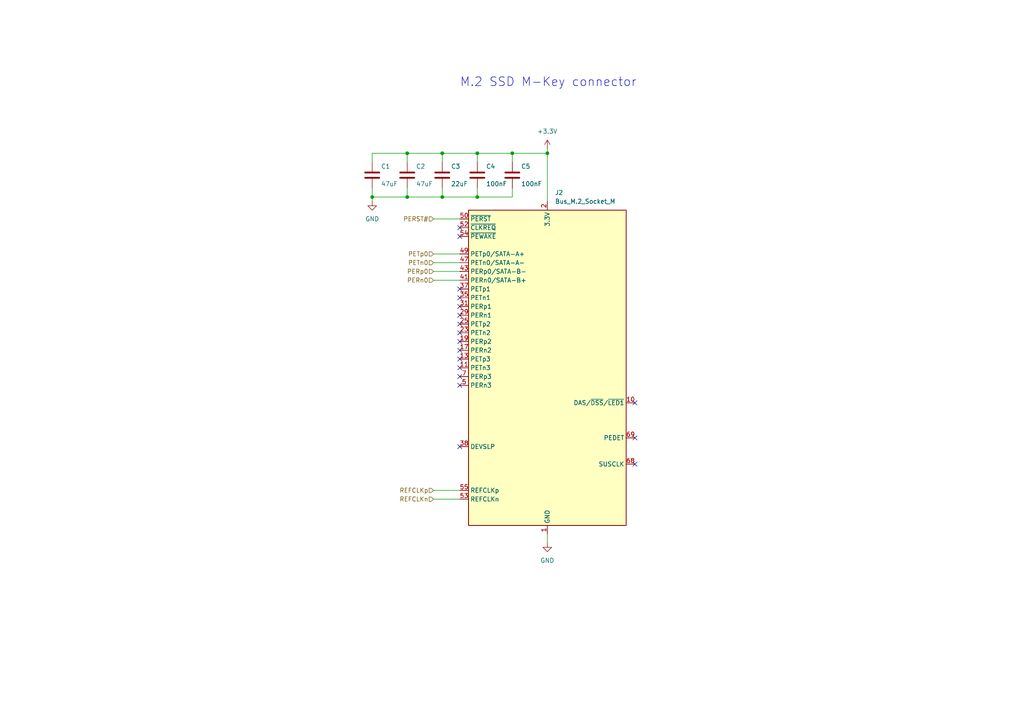
<source format=kicad_sch>
(kicad_sch
	(version 20250114)
	(generator "eeschema")
	(generator_version "9.0")
	(uuid "94651ebf-06fe-4577-87b8-a0812699f6ed")
	(paper "A4")
	(title_block
		(title "F3 Backplane NVMe SSD")
		(rev "1.0")
	)
	(lib_symbols
		(symbol "Connector:Bus_M.2_Socket_M"
			(exclude_from_sim no)
			(in_bom yes)
			(on_board yes)
			(property "Reference" "J"
				(at -22.86 46.99 0)
				(effects
					(font
						(size 1.27 1.27)
					)
					(justify left)
				)
			)
			(property "Value" "Bus_M.2_Socket_M"
				(at 16.51 46.99 0)
				(effects
					(font
						(size 1.27 1.27)
					)
				)
			)
			(property "Footprint" ""
				(at 0 26.67 0)
				(effects
					(font
						(size 1.27 1.27)
					)
					(hide yes)
				)
			)
			(property "Datasheet" "http://read.pudn.com/downloads794/doc/project/3133918/PCIe_M.2_Electromechanical_Spec_Rev1.0_Final_11012013_RS_Clean.pdf#page=155"
				(at 0 26.67 0)
				(effects
					(font
						(size 1.27 1.27)
					)
					(hide yes)
				)
			)
			(property "Description" "M.2 Socket 3 Mechanical Key M"
				(at 0 0 0)
				(effects
					(font
						(size 1.27 1.27)
					)
					(hide yes)
				)
			)
			(property "ki_keywords" "M2 NGNF PCI-E"
				(at 0 0 0)
				(effects
					(font
						(size 1.27 1.27)
					)
					(hide yes)
				)
			)
			(property "ki_fp_filters" "*M*2*M*"
				(at 0 0 0)
				(effects
					(font
						(size 1.27 1.27)
					)
					(hide yes)
				)
			)
			(symbol "Bus_M.2_Socket_M_0_1"
				(rectangle
					(start -22.86 45.72)
					(end 22.86 -45.72)
					(stroke
						(width 0.254)
						(type default)
					)
					(fill
						(type background)
					)
				)
			)
			(symbol "Bus_M.2_Socket_M_1_1"
				(pin output line
					(at -25.4 43.18 0)
					(length 2.54)
					(name "~{PERST}"
						(effects
							(font
								(size 1.27 1.27)
							)
						)
					)
					(number "50"
						(effects
							(font
								(size 1.27 1.27)
							)
						)
					)
				)
				(pin bidirectional line
					(at -25.4 40.64 0)
					(length 2.54)
					(name "~{CLKREQ}"
						(effects
							(font
								(size 1.27 1.27)
							)
						)
					)
					(number "52"
						(effects
							(font
								(size 1.27 1.27)
							)
						)
					)
				)
				(pin bidirectional line
					(at -25.4 38.1 0)
					(length 2.54)
					(name "~{PEWAKE}"
						(effects
							(font
								(size 1.27 1.27)
							)
						)
					)
					(number "54"
						(effects
							(font
								(size 1.27 1.27)
							)
						)
					)
				)
				(pin output line
					(at -25.4 33.02 0)
					(length 2.54)
					(name "PETp0/SATA-A+"
						(effects
							(font
								(size 1.27 1.27)
							)
						)
					)
					(number "49"
						(effects
							(font
								(size 1.27 1.27)
							)
						)
					)
				)
				(pin output line
					(at -25.4 30.48 0)
					(length 2.54)
					(name "PETn0/SATA-A-"
						(effects
							(font
								(size 1.27 1.27)
							)
						)
					)
					(number "47"
						(effects
							(font
								(size 1.27 1.27)
							)
						)
					)
				)
				(pin input line
					(at -25.4 27.94 0)
					(length 2.54)
					(name "PERp0/SATA-B-"
						(effects
							(font
								(size 1.27 1.27)
							)
						)
					)
					(number "43"
						(effects
							(font
								(size 1.27 1.27)
							)
						)
					)
				)
				(pin input line
					(at -25.4 25.4 0)
					(length 2.54)
					(name "PERn0/SATA-B+"
						(effects
							(font
								(size 1.27 1.27)
							)
						)
					)
					(number "41"
						(effects
							(font
								(size 1.27 1.27)
							)
						)
					)
				)
				(pin output line
					(at -25.4 22.86 0)
					(length 2.54)
					(name "PETp1"
						(effects
							(font
								(size 1.27 1.27)
							)
						)
					)
					(number "37"
						(effects
							(font
								(size 1.27 1.27)
							)
						)
					)
				)
				(pin output line
					(at -25.4 20.32 0)
					(length 2.54)
					(name "PETn1"
						(effects
							(font
								(size 1.27 1.27)
							)
						)
					)
					(number "35"
						(effects
							(font
								(size 1.27 1.27)
							)
						)
					)
				)
				(pin input line
					(at -25.4 17.78 0)
					(length 2.54)
					(name "PERp1"
						(effects
							(font
								(size 1.27 1.27)
							)
						)
					)
					(number "31"
						(effects
							(font
								(size 1.27 1.27)
							)
						)
					)
				)
				(pin input line
					(at -25.4 15.24 0)
					(length 2.54)
					(name "PERn1"
						(effects
							(font
								(size 1.27 1.27)
							)
						)
					)
					(number "29"
						(effects
							(font
								(size 1.27 1.27)
							)
						)
					)
				)
				(pin output line
					(at -25.4 12.7 0)
					(length 2.54)
					(name "PETp2"
						(effects
							(font
								(size 1.27 1.27)
							)
						)
					)
					(number "25"
						(effects
							(font
								(size 1.27 1.27)
							)
						)
					)
				)
				(pin output line
					(at -25.4 10.16 0)
					(length 2.54)
					(name "PETn2"
						(effects
							(font
								(size 1.27 1.27)
							)
						)
					)
					(number "23"
						(effects
							(font
								(size 1.27 1.27)
							)
						)
					)
				)
				(pin input line
					(at -25.4 7.62 0)
					(length 2.54)
					(name "PERp2"
						(effects
							(font
								(size 1.27 1.27)
							)
						)
					)
					(number "19"
						(effects
							(font
								(size 1.27 1.27)
							)
						)
					)
				)
				(pin input line
					(at -25.4 5.08 0)
					(length 2.54)
					(name "PERn2"
						(effects
							(font
								(size 1.27 1.27)
							)
						)
					)
					(number "17"
						(effects
							(font
								(size 1.27 1.27)
							)
						)
					)
				)
				(pin output line
					(at -25.4 2.54 0)
					(length 2.54)
					(name "PETp3"
						(effects
							(font
								(size 1.27 1.27)
							)
						)
					)
					(number "13"
						(effects
							(font
								(size 1.27 1.27)
							)
						)
					)
				)
				(pin output line
					(at -25.4 0 0)
					(length 2.54)
					(name "PETn3"
						(effects
							(font
								(size 1.27 1.27)
							)
						)
					)
					(number "11"
						(effects
							(font
								(size 1.27 1.27)
							)
						)
					)
				)
				(pin input line
					(at -25.4 -2.54 0)
					(length 2.54)
					(name "PERp3"
						(effects
							(font
								(size 1.27 1.27)
							)
						)
					)
					(number "7"
						(effects
							(font
								(size 1.27 1.27)
							)
						)
					)
				)
				(pin input line
					(at -25.4 -5.08 0)
					(length 2.54)
					(name "PERn3"
						(effects
							(font
								(size 1.27 1.27)
							)
						)
					)
					(number "5"
						(effects
							(font
								(size 1.27 1.27)
							)
						)
					)
				)
				(pin output line
					(at -25.4 -22.86 0)
					(length 2.54)
					(name "DEVSLP"
						(effects
							(font
								(size 1.27 1.27)
							)
						)
					)
					(number "38"
						(effects
							(font
								(size 1.27 1.27)
							)
						)
					)
				)
				(pin output line
					(at -25.4 -35.56 0)
					(length 2.54)
					(name "REFCLKp"
						(effects
							(font
								(size 1.27 1.27)
							)
						)
					)
					(number "55"
						(effects
							(font
								(size 1.27 1.27)
							)
						)
					)
				)
				(pin output line
					(at -25.4 -38.1 0)
					(length 2.54)
					(name "REFCLKn"
						(effects
							(font
								(size 1.27 1.27)
							)
						)
					)
					(number "53"
						(effects
							(font
								(size 1.27 1.27)
							)
						)
					)
				)
				(pin passive line
					(at 0 48.26 270)
					(length 2.54)
					(hide yes)
					(name "3.3V"
						(effects
							(font
								(size 1.27 1.27)
							)
						)
					)
					(number "12"
						(effects
							(font
								(size 1.27 1.27)
							)
						)
					)
				)
				(pin passive line
					(at 0 48.26 270)
					(length 2.54)
					(hide yes)
					(name "3.3V"
						(effects
							(font
								(size 1.27 1.27)
							)
						)
					)
					(number "14"
						(effects
							(font
								(size 1.27 1.27)
							)
						)
					)
				)
				(pin passive line
					(at 0 48.26 270)
					(length 2.54)
					(hide yes)
					(name "3.3V"
						(effects
							(font
								(size 1.27 1.27)
							)
						)
					)
					(number "16"
						(effects
							(font
								(size 1.27 1.27)
							)
						)
					)
				)
				(pin passive line
					(at 0 48.26 270)
					(length 2.54)
					(hide yes)
					(name "3.3V"
						(effects
							(font
								(size 1.27 1.27)
							)
						)
					)
					(number "18"
						(effects
							(font
								(size 1.27 1.27)
							)
						)
					)
				)
				(pin power_in line
					(at 0 48.26 270)
					(length 2.54)
					(name "3.3V"
						(effects
							(font
								(size 1.27 1.27)
							)
						)
					)
					(number "2"
						(effects
							(font
								(size 1.27 1.27)
							)
						)
					)
				)
				(pin passive line
					(at 0 48.26 270)
					(length 2.54)
					(hide yes)
					(name "3.3V"
						(effects
							(font
								(size 1.27 1.27)
							)
						)
					)
					(number "4"
						(effects
							(font
								(size 1.27 1.27)
							)
						)
					)
				)
				(pin passive line
					(at 0 48.26 270)
					(length 2.54)
					(hide yes)
					(name "3.3V"
						(effects
							(font
								(size 1.27 1.27)
							)
						)
					)
					(number "70"
						(effects
							(font
								(size 1.27 1.27)
							)
						)
					)
				)
				(pin passive line
					(at 0 48.26 270)
					(length 2.54)
					(hide yes)
					(name "3.3V"
						(effects
							(font
								(size 1.27 1.27)
							)
						)
					)
					(number "72"
						(effects
							(font
								(size 1.27 1.27)
							)
						)
					)
				)
				(pin passive line
					(at 0 48.26 270)
					(length 2.54)
					(hide yes)
					(name "3.3V"
						(effects
							(font
								(size 1.27 1.27)
							)
						)
					)
					(number "74"
						(effects
							(font
								(size 1.27 1.27)
							)
						)
					)
				)
				(pin power_in line
					(at 0 -48.26 90)
					(length 2.54)
					(name "GND"
						(effects
							(font
								(size 1.27 1.27)
							)
						)
					)
					(number "1"
						(effects
							(font
								(size 1.27 1.27)
							)
						)
					)
				)
				(pin passive line
					(at 0 -48.26 90)
					(length 2.54)
					(hide yes)
					(name "GND"
						(effects
							(font
								(size 1.27 1.27)
							)
						)
					)
					(number "15"
						(effects
							(font
								(size 1.27 1.27)
							)
						)
					)
				)
				(pin passive line
					(at 0 -48.26 90)
					(length 2.54)
					(hide yes)
					(name "GND"
						(effects
							(font
								(size 1.27 1.27)
							)
						)
					)
					(number "21"
						(effects
							(font
								(size 1.27 1.27)
							)
						)
					)
				)
				(pin passive line
					(at 0 -48.26 90)
					(length 2.54)
					(hide yes)
					(name "GND"
						(effects
							(font
								(size 1.27 1.27)
							)
						)
					)
					(number "27"
						(effects
							(font
								(size 1.27 1.27)
							)
						)
					)
				)
				(pin passive line
					(at 0 -48.26 90)
					(length 2.54)
					(hide yes)
					(name "GND"
						(effects
							(font
								(size 1.27 1.27)
							)
						)
					)
					(number "3"
						(effects
							(font
								(size 1.27 1.27)
							)
						)
					)
				)
				(pin passive line
					(at 0 -48.26 90)
					(length 2.54)
					(hide yes)
					(name "GND"
						(effects
							(font
								(size 1.27 1.27)
							)
						)
					)
					(number "33"
						(effects
							(font
								(size 1.27 1.27)
							)
						)
					)
				)
				(pin passive line
					(at 0 -48.26 90)
					(length 2.54)
					(hide yes)
					(name "GND"
						(effects
							(font
								(size 1.27 1.27)
							)
						)
					)
					(number "39"
						(effects
							(font
								(size 1.27 1.27)
							)
						)
					)
				)
				(pin passive line
					(at 0 -48.26 90)
					(length 2.54)
					(hide yes)
					(name "GND"
						(effects
							(font
								(size 1.27 1.27)
							)
						)
					)
					(number "45"
						(effects
							(font
								(size 1.27 1.27)
							)
						)
					)
				)
				(pin passive line
					(at 0 -48.26 90)
					(length 2.54)
					(hide yes)
					(name "GND"
						(effects
							(font
								(size 1.27 1.27)
							)
						)
					)
					(number "51"
						(effects
							(font
								(size 1.27 1.27)
							)
						)
					)
				)
				(pin passive line
					(at 0 -48.26 90)
					(length 2.54)
					(hide yes)
					(name "GND"
						(effects
							(font
								(size 1.27 1.27)
							)
						)
					)
					(number "57"
						(effects
							(font
								(size 1.27 1.27)
							)
						)
					)
				)
				(pin passive line
					(at 0 -48.26 90)
					(length 2.54)
					(hide yes)
					(name "GND"
						(effects
							(font
								(size 1.27 1.27)
							)
						)
					)
					(number "71"
						(effects
							(font
								(size 1.27 1.27)
							)
						)
					)
				)
				(pin passive line
					(at 0 -48.26 90)
					(length 2.54)
					(hide yes)
					(name "GND"
						(effects
							(font
								(size 1.27 1.27)
							)
						)
					)
					(number "73"
						(effects
							(font
								(size 1.27 1.27)
							)
						)
					)
				)
				(pin passive line
					(at 0 -48.26 90)
					(length 2.54)
					(hide yes)
					(name "GND"
						(effects
							(font
								(size 1.27 1.27)
							)
						)
					)
					(number "75"
						(effects
							(font
								(size 1.27 1.27)
							)
						)
					)
				)
				(pin passive line
					(at 0 -48.26 90)
					(length 2.54)
					(hide yes)
					(name "GND"
						(effects
							(font
								(size 1.27 1.27)
							)
						)
					)
					(number "9"
						(effects
							(font
								(size 1.27 1.27)
							)
						)
					)
				)
				(pin no_connect line
					(at 22.86 40.64 180)
					(length 2.54)
					(hide yes)
					(name "NC"
						(effects
							(font
								(size 1.27 1.27)
							)
						)
					)
					(number "58"
						(effects
							(font
								(size 1.27 1.27)
							)
						)
					)
				)
				(pin no_connect line
					(at 22.86 38.1 180)
					(length 2.54)
					(hide yes)
					(name "NC"
						(effects
							(font
								(size 1.27 1.27)
							)
						)
					)
					(number "56"
						(effects
							(font
								(size 1.27 1.27)
							)
						)
					)
				)
				(pin no_connect line
					(at 22.86 35.56 180)
					(length 2.54)
					(hide yes)
					(name "NC"
						(effects
							(font
								(size 1.27 1.27)
							)
						)
					)
					(number "48"
						(effects
							(font
								(size 1.27 1.27)
							)
						)
					)
				)
				(pin no_connect line
					(at 22.86 33.02 180)
					(length 2.54)
					(hide yes)
					(name "NC"
						(effects
							(font
								(size 1.27 1.27)
							)
						)
					)
					(number "46"
						(effects
							(font
								(size 1.27 1.27)
							)
						)
					)
				)
				(pin no_connect line
					(at 22.86 30.48 180)
					(length 2.54)
					(hide yes)
					(name "NC"
						(effects
							(font
								(size 1.27 1.27)
							)
						)
					)
					(number "44"
						(effects
							(font
								(size 1.27 1.27)
							)
						)
					)
				)
				(pin no_connect line
					(at 22.86 27.94 180)
					(length 2.54)
					(hide yes)
					(name "NC"
						(effects
							(font
								(size 1.27 1.27)
							)
						)
					)
					(number "42"
						(effects
							(font
								(size 1.27 1.27)
							)
						)
					)
				)
				(pin no_connect line
					(at 22.86 25.4 180)
					(length 2.54)
					(hide yes)
					(name "NC"
						(effects
							(font
								(size 1.27 1.27)
							)
						)
					)
					(number "40"
						(effects
							(font
								(size 1.27 1.27)
							)
						)
					)
				)
				(pin no_connect line
					(at 22.86 22.86 180)
					(length 2.54)
					(hide yes)
					(name "NC"
						(effects
							(font
								(size 1.27 1.27)
							)
						)
					)
					(number "36"
						(effects
							(font
								(size 1.27 1.27)
							)
						)
					)
				)
				(pin no_connect line
					(at 22.86 20.32 180)
					(length 2.54)
					(hide yes)
					(name "NC"
						(effects
							(font
								(size 1.27 1.27)
							)
						)
					)
					(number "34"
						(effects
							(font
								(size 1.27 1.27)
							)
						)
					)
				)
				(pin no_connect line
					(at 22.86 17.78 180)
					(length 2.54)
					(hide yes)
					(name "NC"
						(effects
							(font
								(size 1.27 1.27)
							)
						)
					)
					(number "32"
						(effects
							(font
								(size 1.27 1.27)
							)
						)
					)
				)
				(pin no_connect line
					(at 22.86 15.24 180)
					(length 2.54)
					(hide yes)
					(name "NC"
						(effects
							(font
								(size 1.27 1.27)
							)
						)
					)
					(number "30"
						(effects
							(font
								(size 1.27 1.27)
							)
						)
					)
				)
				(pin no_connect line
					(at 22.86 12.7 180)
					(length 2.54)
					(hide yes)
					(name "NC"
						(effects
							(font
								(size 1.27 1.27)
							)
						)
					)
					(number "28"
						(effects
							(font
								(size 1.27 1.27)
							)
						)
					)
				)
				(pin no_connect line
					(at 22.86 10.16 180)
					(length 2.54)
					(hide yes)
					(name "NC"
						(effects
							(font
								(size 1.27 1.27)
							)
						)
					)
					(number "26"
						(effects
							(font
								(size 1.27 1.27)
							)
						)
					)
				)
				(pin no_connect line
					(at 22.86 7.62 180)
					(length 2.54)
					(hide yes)
					(name "NC"
						(effects
							(font
								(size 1.27 1.27)
							)
						)
					)
					(number "24"
						(effects
							(font
								(size 1.27 1.27)
							)
						)
					)
				)
				(pin no_connect line
					(at 22.86 5.08 180)
					(length 2.54)
					(hide yes)
					(name "NC"
						(effects
							(font
								(size 1.27 1.27)
							)
						)
					)
					(number "22"
						(effects
							(font
								(size 1.27 1.27)
							)
						)
					)
				)
				(pin no_connect line
					(at 22.86 2.54 180)
					(length 2.54)
					(hide yes)
					(name "NC"
						(effects
							(font
								(size 1.27 1.27)
							)
						)
					)
					(number "20"
						(effects
							(font
								(size 1.27 1.27)
							)
						)
					)
				)
				(pin no_connect line
					(at 22.86 0 180)
					(length 2.54)
					(hide yes)
					(name "NC"
						(effects
							(font
								(size 1.27 1.27)
							)
						)
					)
					(number "8"
						(effects
							(font
								(size 1.27 1.27)
							)
						)
					)
				)
				(pin no_connect line
					(at 22.86 -2.54 180)
					(length 2.54)
					(hide yes)
					(name "NC"
						(effects
							(font
								(size 1.27 1.27)
							)
						)
					)
					(number "6"
						(effects
							(font
								(size 1.27 1.27)
							)
						)
					)
				)
				(pin no_connect line
					(at 22.86 -5.08 180)
					(length 2.54)
					(hide yes)
					(name "NC"
						(effects
							(font
								(size 1.27 1.27)
							)
						)
					)
					(number "67"
						(effects
							(font
								(size 1.27 1.27)
							)
						)
					)
				)
				(pin bidirectional line
					(at 25.4 -10.16 180)
					(length 2.54)
					(name "DAS/~{DSS}/~{LED1}"
						(effects
							(font
								(size 1.27 1.27)
							)
						)
					)
					(number "10"
						(effects
							(font
								(size 1.27 1.27)
							)
						)
					)
				)
				(pin passive line
					(at 25.4 -20.32 180)
					(length 2.54)
					(name "PEDET"
						(effects
							(font
								(size 1.27 1.27)
							)
						)
					)
					(number "69"
						(effects
							(font
								(size 1.27 1.27)
							)
						)
					)
				)
				(pin output line
					(at 25.4 -27.94 180)
					(length 2.54)
					(name "SUSCLK"
						(effects
							(font
								(size 1.27 1.27)
							)
						)
					)
					(number "68"
						(effects
							(font
								(size 1.27 1.27)
							)
						)
					)
				)
			)
			(embedded_fonts no)
		)
		(symbol "Device:C"
			(pin_numbers
				(hide yes)
			)
			(pin_names
				(offset 0.254)
			)
			(exclude_from_sim no)
			(in_bom yes)
			(on_board yes)
			(property "Reference" "C"
				(at 0.635 2.54 0)
				(effects
					(font
						(size 1.27 1.27)
					)
					(justify left)
				)
			)
			(property "Value" "C"
				(at 0.635 -2.54 0)
				(effects
					(font
						(size 1.27 1.27)
					)
					(justify left)
				)
			)
			(property "Footprint" ""
				(at 0.9652 -3.81 0)
				(effects
					(font
						(size 1.27 1.27)
					)
					(hide yes)
				)
			)
			(property "Datasheet" "~"
				(at 0 0 0)
				(effects
					(font
						(size 1.27 1.27)
					)
					(hide yes)
				)
			)
			(property "Description" "Unpolarized capacitor"
				(at 0 0 0)
				(effects
					(font
						(size 1.27 1.27)
					)
					(hide yes)
				)
			)
			(property "ki_keywords" "cap capacitor"
				(at 0 0 0)
				(effects
					(font
						(size 1.27 1.27)
					)
					(hide yes)
				)
			)
			(property "ki_fp_filters" "C_*"
				(at 0 0 0)
				(effects
					(font
						(size 1.27 1.27)
					)
					(hide yes)
				)
			)
			(symbol "C_0_1"
				(polyline
					(pts
						(xy -2.032 0.762) (xy 2.032 0.762)
					)
					(stroke
						(width 0.508)
						(type default)
					)
					(fill
						(type none)
					)
				)
				(polyline
					(pts
						(xy -2.032 -0.762) (xy 2.032 -0.762)
					)
					(stroke
						(width 0.508)
						(type default)
					)
					(fill
						(type none)
					)
				)
			)
			(symbol "C_1_1"
				(pin passive line
					(at 0 3.81 270)
					(length 2.794)
					(name "~"
						(effects
							(font
								(size 1.27 1.27)
							)
						)
					)
					(number "1"
						(effects
							(font
								(size 1.27 1.27)
							)
						)
					)
				)
				(pin passive line
					(at 0 -3.81 90)
					(length 2.794)
					(name "~"
						(effects
							(font
								(size 1.27 1.27)
							)
						)
					)
					(number "2"
						(effects
							(font
								(size 1.27 1.27)
							)
						)
					)
				)
			)
			(embedded_fonts no)
		)
		(symbol "GND_1"
			(power)
			(pin_names
				(offset 0)
			)
			(exclude_from_sim no)
			(in_bom yes)
			(on_board yes)
			(property "Reference" "#PWR"
				(at 0 -6.35 0)
				(effects
					(font
						(size 1.27 1.27)
					)
					(hide yes)
				)
			)
			(property "Value" "GND"
				(at 0 -3.81 0)
				(effects
					(font
						(size 1.27 1.27)
					)
				)
			)
			(property "Footprint" ""
				(at 0 0 0)
				(effects
					(font
						(size 1.27 1.27)
					)
					(hide yes)
				)
			)
			(property "Datasheet" ""
				(at 0 0 0)
				(effects
					(font
						(size 1.27 1.27)
					)
					(hide yes)
				)
			)
			(property "Description" "Power symbol creates a global label with name \"GND\" , ground"
				(at 0 0 0)
				(effects
					(font
						(size 1.27 1.27)
					)
					(hide yes)
				)
			)
			(property "ki_keywords" "global power"
				(at 0 0 0)
				(effects
					(font
						(size 1.27 1.27)
					)
					(hide yes)
				)
			)
			(symbol "GND_1_0_1"
				(polyline
					(pts
						(xy 0 0) (xy 0 -1.27) (xy 1.27 -1.27) (xy 0 -2.54) (xy -1.27 -1.27) (xy 0 -1.27)
					)
					(stroke
						(width 0)
						(type default)
					)
					(fill
						(type none)
					)
				)
			)
			(symbol "GND_1_1_1"
				(pin power_in line
					(at 0 0 270)
					(length 0)
					(hide yes)
					(name "GND"
						(effects
							(font
								(size 1.27 1.27)
							)
						)
					)
					(number "1"
						(effects
							(font
								(size 1.27 1.27)
							)
						)
					)
				)
			)
			(embedded_fonts no)
		)
		(symbol "power:+3.3V"
			(power)
			(pin_names
				(offset 0)
			)
			(exclude_from_sim no)
			(in_bom yes)
			(on_board yes)
			(property "Reference" "#PWR"
				(at 0 -3.81 0)
				(effects
					(font
						(size 1.27 1.27)
					)
					(hide yes)
				)
			)
			(property "Value" "+3.3V"
				(at 0 3.556 0)
				(effects
					(font
						(size 1.27 1.27)
					)
				)
			)
			(property "Footprint" ""
				(at 0 0 0)
				(effects
					(font
						(size 1.27 1.27)
					)
					(hide yes)
				)
			)
			(property "Datasheet" ""
				(at 0 0 0)
				(effects
					(font
						(size 1.27 1.27)
					)
					(hide yes)
				)
			)
			(property "Description" "Power symbol creates a global label with name \"+3.3V\""
				(at 0 0 0)
				(effects
					(font
						(size 1.27 1.27)
					)
					(hide yes)
				)
			)
			(property "ki_keywords" "global power"
				(at 0 0 0)
				(effects
					(font
						(size 1.27 1.27)
					)
					(hide yes)
				)
			)
			(symbol "+3.3V_0_1"
				(polyline
					(pts
						(xy -0.762 1.27) (xy 0 2.54)
					)
					(stroke
						(width 0)
						(type default)
					)
					(fill
						(type none)
					)
				)
				(polyline
					(pts
						(xy 0 2.54) (xy 0.762 1.27)
					)
					(stroke
						(width 0)
						(type default)
					)
					(fill
						(type none)
					)
				)
				(polyline
					(pts
						(xy 0 0) (xy 0 2.54)
					)
					(stroke
						(width 0)
						(type default)
					)
					(fill
						(type none)
					)
				)
			)
			(symbol "+3.3V_1_1"
				(pin power_in line
					(at 0 0 90)
					(length 0)
					(hide yes)
					(name "+3.3V"
						(effects
							(font
								(size 1.27 1.27)
							)
						)
					)
					(number "1"
						(effects
							(font
								(size 1.27 1.27)
							)
						)
					)
				)
			)
			(embedded_fonts no)
		)
		(symbol "power:GND"
			(power)
			(pin_names
				(offset 0)
			)
			(exclude_from_sim no)
			(in_bom yes)
			(on_board yes)
			(property "Reference" "#PWR"
				(at 0 -6.35 0)
				(effects
					(font
						(size 1.27 1.27)
					)
					(hide yes)
				)
			)
			(property "Value" "GND"
				(at 0 -3.81 0)
				(effects
					(font
						(size 1.27 1.27)
					)
				)
			)
			(property "Footprint" ""
				(at 0 0 0)
				(effects
					(font
						(size 1.27 1.27)
					)
					(hide yes)
				)
			)
			(property "Datasheet" ""
				(at 0 0 0)
				(effects
					(font
						(size 1.27 1.27)
					)
					(hide yes)
				)
			)
			(property "Description" "Power symbol creates a global label with name \"GND\" , ground"
				(at 0 0 0)
				(effects
					(font
						(size 1.27 1.27)
					)
					(hide yes)
				)
			)
			(property "ki_keywords" "global power"
				(at 0 0 0)
				(effects
					(font
						(size 1.27 1.27)
					)
					(hide yes)
				)
			)
			(symbol "GND_0_1"
				(polyline
					(pts
						(xy 0 0) (xy 0 -1.27) (xy 1.27 -1.27) (xy 0 -2.54) (xy -1.27 -1.27) (xy 0 -1.27)
					)
					(stroke
						(width 0)
						(type default)
					)
					(fill
						(type none)
					)
				)
			)
			(symbol "GND_1_1"
				(pin power_in line
					(at 0 0 270)
					(length 0)
					(hide yes)
					(name "GND"
						(effects
							(font
								(size 1.27 1.27)
							)
						)
					)
					(number "1"
						(effects
							(font
								(size 1.27 1.27)
							)
						)
					)
				)
			)
			(embedded_fonts no)
		)
	)
	(text "M.2 SSD M-Key connector"
		(exclude_from_sim no)
		(at 133.35 25.4 0)
		(effects
			(font
				(size 2.54 2.54)
			)
			(justify left bottom)
		)
		(uuid "48fe2a4e-9ed1-42fa-b1d2-461e8abdac7c")
	)
	(junction
		(at 148.59 44.45)
		(diameter 0)
		(color 0 0 0 0)
		(uuid "01dd1541-020b-4ef4-ad11-149b9b8ab4f4")
	)
	(junction
		(at 118.11 57.15)
		(diameter 0)
		(color 0 0 0 0)
		(uuid "29bf7cab-f56f-4bc1-ba32-6e54963adb63")
	)
	(junction
		(at 138.43 44.45)
		(diameter 0)
		(color 0 0 0 0)
		(uuid "40eef115-2f50-4403-8bf7-a19758161237")
	)
	(junction
		(at 158.75 44.45)
		(diameter 0)
		(color 0 0 0 0)
		(uuid "465825b3-d32a-49f1-9171-989fb76d679d")
	)
	(junction
		(at 128.27 44.45)
		(diameter 0)
		(color 0 0 0 0)
		(uuid "4a3f2e59-10a4-45c0-b62a-70e9ab421b94")
	)
	(junction
		(at 128.27 57.15)
		(diameter 0)
		(color 0 0 0 0)
		(uuid "c5a2d360-2898-49f6-9744-ea15e975697f")
	)
	(junction
		(at 138.43 57.15)
		(diameter 0)
		(color 0 0 0 0)
		(uuid "d2c09d24-c4f8-4598-8048-d8c0a433f99d")
	)
	(junction
		(at 118.11 44.45)
		(diameter 0)
		(color 0 0 0 0)
		(uuid "ef4ac031-8288-4dd7-98d8-4327d327c817")
	)
	(junction
		(at 107.95 57.15)
		(diameter 0)
		(color 0 0 0 0)
		(uuid "f6d0e60c-a622-4c3c-935d-0580beabf634")
	)
	(no_connect
		(at 133.35 66.04)
		(uuid "1b2afc3a-33ab-47e2-8a50-ed3c99d5bc97")
	)
	(no_connect
		(at 133.35 83.82)
		(uuid "262d2b3b-62cd-452b-a795-274752ea9e3b")
	)
	(no_connect
		(at 133.35 86.36)
		(uuid "304accad-c027-4815-836c-8570439ffb27")
	)
	(no_connect
		(at 133.35 68.58)
		(uuid "362ab405-a2b3-4f72-9b46-c7891d7e19d3")
	)
	(no_connect
		(at 133.35 96.52)
		(uuid "496f9496-3a7b-4584-bb50-b5c32337f1a5")
	)
	(no_connect
		(at 133.35 91.44)
		(uuid "5e6c26fa-b057-45fa-a52e-3dc2659eda42")
	)
	(no_connect
		(at 133.35 106.68)
		(uuid "63783ea0-4a92-4d9d-a873-af6bf03aa3bc")
	)
	(no_connect
		(at 184.15 134.62)
		(uuid "73f97be5-b64b-4798-90e9-777610b35ea2")
	)
	(no_connect
		(at 133.35 93.98)
		(uuid "793c5473-c16d-4ec2-aa72-8a06c10b95c0")
	)
	(no_connect
		(at 133.35 104.14)
		(uuid "82932511-041c-4226-88fb-65c7ea93701b")
	)
	(no_connect
		(at 133.35 88.9)
		(uuid "93d9ab2e-54db-4c08-98d6-ce44b5a4ea71")
	)
	(no_connect
		(at 133.35 111.76)
		(uuid "94eaf8f5-0017-4eb7-90ad-0b83255d69d0")
	)
	(no_connect
		(at 133.35 129.54)
		(uuid "a02f9740-cde9-4c1a-96c6-564f6ffa795e")
	)
	(no_connect
		(at 133.35 101.6)
		(uuid "c088dd4a-f39c-486b-88a0-6e6ef934ada6")
	)
	(no_connect
		(at 184.15 116.84)
		(uuid "c7dfa86a-6fe4-427d-a6c1-cfe53b8c8365")
	)
	(no_connect
		(at 133.35 99.06)
		(uuid "d10594bf-6183-494b-8577-adfc1a3bab11")
	)
	(no_connect
		(at 133.35 109.22)
		(uuid "d308da6c-df9d-4e20-9118-7c9bd168b9d3")
	)
	(no_connect
		(at 184.15 127)
		(uuid "de98ace0-4234-4f37-b7c6-fbe4f7595d6c")
	)
	(wire
		(pts
			(xy 125.73 63.5) (xy 133.35 63.5)
		)
		(stroke
			(width 0)
			(type default)
		)
		(uuid "0097800d-0ced-4bc0-a531-fb979de1d4e4")
	)
	(wire
		(pts
			(xy 138.43 54.61) (xy 138.43 57.15)
		)
		(stroke
			(width 0)
			(type default)
		)
		(uuid "0278fe40-d0d9-402e-b764-b5f7b9e4fd7f")
	)
	(wire
		(pts
			(xy 125.73 76.2) (xy 133.35 76.2)
		)
		(stroke
			(width 0)
			(type default)
		)
		(uuid "0422ae47-a824-4d3c-88e2-54a2f329edf3")
	)
	(wire
		(pts
			(xy 138.43 44.45) (xy 138.43 46.99)
		)
		(stroke
			(width 0)
			(type default)
		)
		(uuid "097f4fd2-4e0e-4c30-aaa4-f82fefe8b2d7")
	)
	(wire
		(pts
			(xy 128.27 44.45) (xy 138.43 44.45)
		)
		(stroke
			(width 0)
			(type default)
		)
		(uuid "0a437db8-4349-4b74-afb2-cd580bd4b045")
	)
	(wire
		(pts
			(xy 118.11 44.45) (xy 128.27 44.45)
		)
		(stroke
			(width 0)
			(type default)
		)
		(uuid "1093e10c-4443-48e8-84d0-bc32da3c93e8")
	)
	(wire
		(pts
			(xy 128.27 44.45) (xy 128.27 46.99)
		)
		(stroke
			(width 0)
			(type default)
		)
		(uuid "16d9e87c-12e1-47e7-bf87-fd3e21d81fe5")
	)
	(wire
		(pts
			(xy 125.73 78.74) (xy 133.35 78.74)
		)
		(stroke
			(width 0)
			(type default)
		)
		(uuid "1c8b37da-fa56-4ee3-a594-262203c348dd")
	)
	(wire
		(pts
			(xy 125.73 81.28) (xy 133.35 81.28)
		)
		(stroke
			(width 0)
			(type default)
		)
		(uuid "2712c1d2-a897-453e-a400-e8b48e70a6ee")
	)
	(wire
		(pts
			(xy 148.59 44.45) (xy 158.75 44.45)
		)
		(stroke
			(width 0)
			(type default)
		)
		(uuid "2a6aeb84-9bc0-4be6-a0b5-1bde0bef2d03")
	)
	(wire
		(pts
			(xy 128.27 57.15) (xy 118.11 57.15)
		)
		(stroke
			(width 0)
			(type default)
		)
		(uuid "3a9fe792-3c0c-4d98-a2d7-04724ba061b3")
	)
	(wire
		(pts
			(xy 125.73 144.78) (xy 133.35 144.78)
		)
		(stroke
			(width 0)
			(type default)
		)
		(uuid "4d5707e3-8227-48ac-99e9-2f36a13111e7")
	)
	(wire
		(pts
			(xy 118.11 57.15) (xy 107.95 57.15)
		)
		(stroke
			(width 0)
			(type default)
		)
		(uuid "53d2b63d-81f8-4dad-932f-6d0c930f2162")
	)
	(wire
		(pts
			(xy 107.95 44.45) (xy 118.11 44.45)
		)
		(stroke
			(width 0)
			(type default)
		)
		(uuid "59132dc7-8ef8-4c33-a4b5-5868eea33c9b")
	)
	(wire
		(pts
			(xy 158.75 154.94) (xy 158.75 157.48)
		)
		(stroke
			(width 0)
			(type default)
		)
		(uuid "5c6b1179-b2b0-4258-ad2a-4e930564bd9f")
	)
	(wire
		(pts
			(xy 107.95 54.61) (xy 107.95 57.15)
		)
		(stroke
			(width 0)
			(type default)
		)
		(uuid "612a64d7-58ce-4526-b981-750f5c5b3cec")
	)
	(wire
		(pts
			(xy 158.75 43.18) (xy 158.75 44.45)
		)
		(stroke
			(width 0)
			(type default)
		)
		(uuid "78c552bd-bed8-4428-9b14-abb69f369342")
	)
	(wire
		(pts
			(xy 125.73 73.66) (xy 133.35 73.66)
		)
		(stroke
			(width 0)
			(type default)
		)
		(uuid "7f023460-dfda-44fe-85b9-ba9bc7d75e44")
	)
	(wire
		(pts
			(xy 107.95 46.99) (xy 107.95 44.45)
		)
		(stroke
			(width 0)
			(type default)
		)
		(uuid "90540559-5577-40ee-af5e-118d25438c04")
	)
	(wire
		(pts
			(xy 125.73 142.24) (xy 133.35 142.24)
		)
		(stroke
			(width 0)
			(type default)
		)
		(uuid "950fd7ab-d7ab-40ad-a5f9-489546649906")
	)
	(wire
		(pts
			(xy 107.95 57.15) (xy 107.95 58.42)
		)
		(stroke
			(width 0)
			(type default)
		)
		(uuid "9d5b386e-4353-42d2-a3d3-cf61f08f3947")
	)
	(wire
		(pts
			(xy 138.43 44.45) (xy 148.59 44.45)
		)
		(stroke
			(width 0)
			(type default)
		)
		(uuid "ac126972-4365-447c-8be7-c9be7dfad376")
	)
	(wire
		(pts
			(xy 148.59 57.15) (xy 138.43 57.15)
		)
		(stroke
			(width 0)
			(type default)
		)
		(uuid "b582a315-2a7f-4e28-8338-85b608e07d60")
	)
	(wire
		(pts
			(xy 148.59 44.45) (xy 148.59 46.99)
		)
		(stroke
			(width 0)
			(type default)
		)
		(uuid "cb6fbbdf-df8b-4a73-b136-d2e1c8da0e7a")
	)
	(wire
		(pts
			(xy 118.11 54.61) (xy 118.11 57.15)
		)
		(stroke
			(width 0)
			(type default)
		)
		(uuid "cedcabd8-676e-4d9d-9b4d-da9ab77dde87")
	)
	(wire
		(pts
			(xy 148.59 54.61) (xy 148.59 57.15)
		)
		(stroke
			(width 0)
			(type default)
		)
		(uuid "e0e2fe4e-4d34-46ba-b622-e619fb145e05")
	)
	(wire
		(pts
			(xy 138.43 57.15) (xy 128.27 57.15)
		)
		(stroke
			(width 0)
			(type default)
		)
		(uuid "f5fe6d0e-9eef-4dcc-8ea8-8c8969859b75")
	)
	(wire
		(pts
			(xy 118.11 44.45) (xy 118.11 46.99)
		)
		(stroke
			(width 0)
			(type default)
		)
		(uuid "fa639468-6002-4d61-bf91-a60c7b21a5de")
	)
	(wire
		(pts
			(xy 158.75 44.45) (xy 158.75 58.42)
		)
		(stroke
			(width 0)
			(type default)
		)
		(uuid "fbdf59bd-6ab6-4c97-8c0f-fb7ee330a579")
	)
	(wire
		(pts
			(xy 128.27 54.61) (xy 128.27 57.15)
		)
		(stroke
			(width 0)
			(type default)
		)
		(uuid "fe144fbe-1d81-462e-8977-9d4cf6c1fc6c")
	)
	(hierarchical_label "REFCLKp"
		(shape input)
		(at 125.73 142.24 180)
		(effects
			(font
				(size 1.27 1.27)
			)
			(justify right)
		)
		(uuid "2e750be1-5aba-41e5-8e9e-374c036dc7ca")
	)
	(hierarchical_label "PERn0"
		(shape input)
		(at 125.73 81.28 180)
		(effects
			(font
				(size 1.27 1.27)
			)
			(justify right)
		)
		(uuid "8ec56317-3118-43fb-a0bd-2378e41e3c85")
	)
	(hierarchical_label "PETn0"
		(shape input)
		(at 125.73 76.2 180)
		(effects
			(font
				(size 1.27 1.27)
			)
			(justify right)
		)
		(uuid "aadaac46-cd52-4476-8df4-07a88c864bac")
	)
	(hierarchical_label "PETp0"
		(shape input)
		(at 125.73 73.66 180)
		(effects
			(font
				(size 1.27 1.27)
			)
			(justify right)
		)
		(uuid "c68147ab-d870-47bf-b357-48dcb7e3c4fa")
	)
	(hierarchical_label "PERST#"
		(shape input)
		(at 125.73 63.5 180)
		(effects
			(font
				(size 1.27 1.27)
			)
			(justify right)
		)
		(uuid "cc36e84e-ef8d-4f93-af57-e9dfebce4442")
	)
	(hierarchical_label "REFCLKn"
		(shape input)
		(at 125.73 144.78 180)
		(effects
			(font
				(size 1.27 1.27)
			)
			(justify right)
		)
		(uuid "d4f21eff-a255-4ce0-b994-6915fab8bfa2")
	)
	(hierarchical_label "PERp0"
		(shape input)
		(at 125.73 78.74 180)
		(effects
			(font
				(size 1.27 1.27)
			)
			(justify right)
		)
		(uuid "fea4b607-1560-470e-8d91-881984b55a9e")
	)
	(symbol
		(lib_id "Device:C")
		(at 118.11 50.8 0)
		(unit 1)
		(exclude_from_sim no)
		(in_bom yes)
		(on_board yes)
		(dnp no)
		(uuid "077d69d6-756f-4e48-9c43-796dfed465a4")
		(property "Reference" "C2"
			(at 120.65 48.26 0)
			(effects
				(font
					(size 1.27 1.27)
				)
				(justify left)
			)
		)
		(property "Value" "47uF"
			(at 120.65 53.34 0)
			(effects
				(font
					(size 1.27 1.27)
				)
				(justify left)
			)
		)
		(property "Footprint" "Capacitor_SMD:C_0805_2012Metric"
			(at 119.0752 54.61 0)
			(effects
				(font
					(size 1.27 1.27)
				)
				(hide yes)
			)
		)
		(property "Datasheet" "~"
			(at 118.11 50.8 0)
			(effects
				(font
					(size 1.27 1.27)
				)
				(hide yes)
			)
		)
		(property "Description" ""
			(at 118.11 50.8 0)
			(effects
				(font
					(size 1.27 1.27)
				)
			)
		)
		(pin "1"
			(uuid "c06e9401-de4f-4db5-8bd0-ed52f155fb82")
		)
		(pin "2"
			(uuid "f94322f5-bc92-45e5-b2ed-8918618498e2")
		)
		(instances
			(project "f3_backplane"
				(path "/a299def6-d097-4d1a-85e0-73dfb51409a1/202bb724-71cd-4616-9d27-23a22423f280"
					(reference "C2")
					(unit 1)
				)
			)
		)
	)
	(symbol
		(lib_id "Device:C")
		(at 148.59 50.8 0)
		(unit 1)
		(exclude_from_sim no)
		(in_bom yes)
		(on_board yes)
		(dnp no)
		(uuid "07c50293-74ab-470e-ae56-1f36ace6816d")
		(property "Reference" "C5"
			(at 151.13 48.26 0)
			(effects
				(font
					(size 1.27 1.27)
				)
				(justify left)
			)
		)
		(property "Value" "100nF"
			(at 151.13 53.34 0)
			(effects
				(font
					(size 1.27 1.27)
				)
				(justify left)
			)
		)
		(property "Footprint" "Capacitor_SMD:C_0603_1608Metric"
			(at 149.5552 54.61 0)
			(effects
				(font
					(size 1.27 1.27)
				)
				(hide yes)
			)
		)
		(property "Datasheet" "~"
			(at 148.59 50.8 0)
			(effects
				(font
					(size 1.27 1.27)
				)
				(hide yes)
			)
		)
		(property "Description" ""
			(at 148.59 50.8 0)
			(effects
				(font
					(size 1.27 1.27)
				)
			)
		)
		(pin "1"
			(uuid "12785482-ae22-4976-a538-7267b208e0e6")
		)
		(pin "2"
			(uuid "4c1b79b2-7ab8-4226-8e51-058cb919aeb2")
		)
		(instances
			(project "f3_backplane"
				(path "/a299def6-d097-4d1a-85e0-73dfb51409a1/202bb724-71cd-4616-9d27-23a22423f280"
					(reference "C5")
					(unit 1)
				)
			)
		)
	)
	(symbol
		(lib_id "Device:C")
		(at 128.27 50.8 0)
		(unit 1)
		(exclude_from_sim no)
		(in_bom yes)
		(on_board yes)
		(dnp no)
		(uuid "0c69fe36-2b85-4e57-8cb9-d5dbe0f888b2")
		(property "Reference" "C3"
			(at 130.81 48.26 0)
			(effects
				(font
					(size 1.27 1.27)
				)
				(justify left)
			)
		)
		(property "Value" "22uF"
			(at 130.81 53.34 0)
			(effects
				(font
					(size 1.27 1.27)
				)
				(justify left)
			)
		)
		(property "Footprint" "Capacitor_SMD:C_0805_2012Metric"
			(at 129.2352 54.61 0)
			(effects
				(font
					(size 1.27 1.27)
				)
				(hide yes)
			)
		)
		(property "Datasheet" "~"
			(at 128.27 50.8 0)
			(effects
				(font
					(size 1.27 1.27)
				)
				(hide yes)
			)
		)
		(property "Description" ""
			(at 128.27 50.8 0)
			(effects
				(font
					(size 1.27 1.27)
				)
			)
		)
		(pin "1"
			(uuid "3d7cb9d5-b45e-4284-a0eb-23cb99630720")
		)
		(pin "2"
			(uuid "4ccd6601-d097-482c-aaf7-041e0bc605e8")
		)
		(instances
			(project "f3_backplane"
				(path "/a299def6-d097-4d1a-85e0-73dfb51409a1/202bb724-71cd-4616-9d27-23a22423f280"
					(reference "C3")
					(unit 1)
				)
			)
		)
	)
	(symbol
		(lib_id "power:+3.3V")
		(at 158.75 43.18 0)
		(unit 1)
		(exclude_from_sim no)
		(in_bom yes)
		(on_board yes)
		(dnp no)
		(fields_autoplaced yes)
		(uuid "1c8b805e-b421-4e9a-803b-ad8f6051679b")
		(property "Reference" "#PWR05"
			(at 158.75 46.99 0)
			(effects
				(font
					(size 1.27 1.27)
				)
				(hide yes)
			)
		)
		(property "Value" "+3.3V"
			(at 158.75 38.1 0)
			(effects
				(font
					(size 1.27 1.27)
				)
			)
		)
		(property "Footprint" ""
			(at 158.75 43.18 0)
			(effects
				(font
					(size 1.27 1.27)
				)
				(hide yes)
			)
		)
		(property "Datasheet" ""
			(at 158.75 43.18 0)
			(effects
				(font
					(size 1.27 1.27)
				)
				(hide yes)
			)
		)
		(property "Description" ""
			(at 158.75 43.18 0)
			(effects
				(font
					(size 1.27 1.27)
				)
			)
		)
		(pin "1"
			(uuid "f24b710a-ee93-449e-b710-cc2239bd0a23")
		)
		(instances
			(project "f3_backplane"
				(path "/a299def6-d097-4d1a-85e0-73dfb51409a1/202bb724-71cd-4616-9d27-23a22423f280"
					(reference "#PWR05")
					(unit 1)
				)
			)
		)
	)
	(symbol
		(lib_id "power:GND")
		(at 158.75 157.48 0)
		(unit 1)
		(exclude_from_sim no)
		(in_bom yes)
		(on_board yes)
		(dnp no)
		(fields_autoplaced yes)
		(uuid "a4796218-159f-48d7-bfbc-8e7e036cbb1c")
		(property "Reference" "#PWR08"
			(at 158.75 163.83 0)
			(effects
				(font
					(size 1.27 1.27)
				)
				(hide yes)
			)
		)
		(property "Value" "GND"
			(at 158.75 162.56 0)
			(effects
				(font
					(size 1.27 1.27)
				)
			)
		)
		(property "Footprint" ""
			(at 158.75 157.48 0)
			(effects
				(font
					(size 1.27 1.27)
				)
				(hide yes)
			)
		)
		(property "Datasheet" ""
			(at 158.75 157.48 0)
			(effects
				(font
					(size 1.27 1.27)
				)
				(hide yes)
			)
		)
		(property "Description" ""
			(at 158.75 157.48 0)
			(effects
				(font
					(size 1.27 1.27)
				)
			)
		)
		(pin "1"
			(uuid "d436f758-6c46-4047-bb26-82b1c9398c0b")
		)
		(instances
			(project "f3_backplane"
				(path "/a299def6-d097-4d1a-85e0-73dfb51409a1/202bb724-71cd-4616-9d27-23a22423f280"
					(reference "#PWR08")
					(unit 1)
				)
			)
		)
	)
	(symbol
		(lib_id "Connector:Bus_M.2_Socket_M")
		(at 158.75 106.68 0)
		(unit 1)
		(exclude_from_sim no)
		(in_bom yes)
		(on_board yes)
		(dnp no)
		(fields_autoplaced yes)
		(uuid "ab8dd3a8-4bd0-4615-a5ac-74cc68117aef")
		(property "Reference" "J2"
			(at 160.9441 55.88 0)
			(effects
				(font
					(size 1.27 1.27)
				)
				(justify left)
			)
		)
		(property "Value" "Bus_M.2_Socket_M"
			(at 160.9441 58.42 0)
			(effects
				(font
					(size 1.27 1.27)
				)
				(justify left)
			)
		)
		(property "Footprint" "Connector_Backplane:Amphenol_MDT420M01001"
			(at 158.75 80.01 0)
			(effects
				(font
					(size 1.27 1.27)
				)
				(hide yes)
			)
		)
		(property "Datasheet" "https://cdn.amphenol-cs.com/media/wysiwyg/files/drawing/mdtxxxxxx001.pdf"
			(at 158.75 80.01 0)
			(effects
				(font
					(size 1.27 1.27)
				)
				(hide yes)
			)
		)
		(property "Description" ""
			(at 158.75 106.68 0)
			(effects
				(font
					(size 1.27 1.27)
				)
			)
		)
		(property "Digikey Part No." "MDT420M01001CT-ND"
			(at 158.75 106.68 0)
			(effects
				(font
					(size 1.27 1.27)
				)
				(hide yes)
			)
		)
		(pin "51"
			(uuid "234bc3e3-58dd-46be-b360-4c30e5ab31db")
		)
		(pin "22"
			(uuid "f49bec2e-4843-43ee-8a02-1ea1dd19d0da")
		)
		(pin "27"
			(uuid "7cd23955-0c69-442d-b749-6364044c408b")
		)
		(pin "7"
			(uuid "c81e9db8-0dab-4c6f-aeb2-a37f62402113")
		)
		(pin "68"
			(uuid "2b5006f9-7d93-402a-b704-c52798140a76")
		)
		(pin "32"
			(uuid "6603773b-8250-48e3-a98f-2ca186bbf145")
		)
		(pin "1"
			(uuid "2d53430f-e983-4131-867c-7dc8202a06c7")
		)
		(pin "43"
			(uuid "8adbe886-4e0a-42b9-9910-13c4cd727b35")
		)
		(pin "67"
			(uuid "498be514-c5e6-4bf8-a6ce-8e828e75fa71")
		)
		(pin "45"
			(uuid "79246ccb-7969-419e-9599-2d33cdd4493e")
		)
		(pin "18"
			(uuid "ecd329f9-d63b-4a75-8905-e6d1090e75fd")
		)
		(pin "53"
			(uuid "18d35f55-064e-41f0-a2f0-f952bcc67df4")
		)
		(pin "42"
			(uuid "9b89c411-5a0b-4b93-b675-34b658163459")
		)
		(pin "47"
			(uuid "da2ab5b3-4d58-4871-8a1e-f117b8b429d5")
		)
		(pin "34"
			(uuid "95eab33a-2900-435e-8cdd-a24d24e5392d")
		)
		(pin "44"
			(uuid "482e4e39-3450-4e7b-a00a-1c6c242f95ba")
		)
		(pin "71"
			(uuid "5ed83912-7598-4540-b21c-60fa0dcb9cfc")
		)
		(pin "11"
			(uuid "01594e12-dbb8-43b4-b020-e88d9a9f1c00")
		)
		(pin "23"
			(uuid "cc870e80-60c2-4092-a56f-de966559c28a")
		)
		(pin "54"
			(uuid "1695aea0-a996-4cc5-9e37-d8bfa664a560")
		)
		(pin "16"
			(uuid "8fdf6485-05a2-4270-aae1-9c200c959fac")
		)
		(pin "33"
			(uuid "046d2e3a-da92-49ed-a824-2adc04b27d32")
		)
		(pin "3"
			(uuid "a4f548d0-ed8c-4130-945c-472ae2e96a98")
		)
		(pin "15"
			(uuid "93d5362d-4e79-4b89-b793-5bde9e8b8ffa")
		)
		(pin "21"
			(uuid "e277ce36-a758-446c-95a9-aa3ee1d34403")
		)
		(pin "14"
			(uuid "8c9ee9ec-c779-4652-87a3-a4a9bc54b28f")
		)
		(pin "13"
			(uuid "b9978e66-9f1a-45f9-847e-ac6c2dc26597")
		)
		(pin "50"
			(uuid "f5f2278e-9c71-4d2d-ba37-1dcd507dd242")
		)
		(pin "48"
			(uuid "2d5826f2-dee8-4102-92f7-d75c4e38256e")
		)
		(pin "52"
			(uuid "ba93ee14-16cd-4af4-884d-b08915d1e0b0")
		)
		(pin "24"
			(uuid "b5b22f5f-a204-4afd-84d2-caf33e61d72b")
		)
		(pin "46"
			(uuid "6d52ed07-f8fc-4737-9553-14658b89ba2e")
		)
		(pin "12"
			(uuid "db957875-3bd7-4a32-96f3-18bcfb24b909")
		)
		(pin "17"
			(uuid "1ff7e033-394c-46fb-9914-5d0886a2d2c3")
		)
		(pin "28"
			(uuid "8ad2f5fa-eb83-4f60-af26-4ed956212c61")
		)
		(pin "38"
			(uuid "746a6ac1-8712-49a9-a877-e82e657422be")
		)
		(pin "2"
			(uuid "ff7d6e98-6e35-4932-892d-87bb014d5a85")
		)
		(pin "72"
			(uuid "f83e7d30-bf23-4f96-9b89-16df4b741d33")
		)
		(pin "9"
			(uuid "d8f6af77-8f2f-417c-96c1-dc22744a467d")
		)
		(pin "6"
			(uuid "fe305e9e-eea0-44d0-9c90-e074d3b80d0f")
		)
		(pin "74"
			(uuid "725a3504-7a35-471f-9172-0eb9cd6bdc4c")
		)
		(pin "25"
			(uuid "111252ce-b12d-4182-9d1c-79126a5e55db")
		)
		(pin "10"
			(uuid "d5bac93c-eed7-4aa3-92db-70586fc8d4bc")
		)
		(pin "75"
			(uuid "8181d77c-3c31-44cd-b04b-2ead5b448928")
		)
		(pin "30"
			(uuid "8aa96fbc-61ee-4be1-81fe-d381700b359d")
		)
		(pin "5"
			(uuid "b3281fe2-6b35-4363-8a89-994dacd5a144")
		)
		(pin "20"
			(uuid "eb30c8e8-c7d5-45a3-aa99-a56281e4fe02")
		)
		(pin "39"
			(uuid "a8a7f1b0-34a0-41b7-b981-52f45f832a46")
		)
		(pin "58"
			(uuid "06c8e54c-8e24-44cf-8a66-abd7546c9e3d")
		)
		(pin "57"
			(uuid "3d322738-8f22-4b49-b634-c4fb2ae426fc")
		)
		(pin "36"
			(uuid "39093a89-ae2e-465e-8524-c7c7a1969111")
		)
		(pin "56"
			(uuid "0acbdad0-7775-44f1-bcb1-1fc01ae2b900")
		)
		(pin "69"
			(uuid "edeffb2b-a9a2-443e-abf0-534000125404")
		)
		(pin "70"
			(uuid "0d034dcd-7512-4965-9904-8c970992ca19")
		)
		(pin "55"
			(uuid "4112e254-80e6-4021-b6b4-88e00d973a97")
		)
		(pin "37"
			(uuid "fb785b94-9d03-48ae-89d6-47936e8d2a85")
		)
		(pin "41"
			(uuid "e3167efa-31af-42ba-bddf-0457c8572814")
		)
		(pin "40"
			(uuid "9dcb0fff-d108-432a-a693-ef11c63bc4cc")
		)
		(pin "49"
			(uuid "8058a7df-6d85-4684-8458-fc442b539e77")
		)
		(pin "31"
			(uuid "eeed60f1-9fce-4015-acb0-f377a855a571")
		)
		(pin "35"
			(uuid "8c9bf58a-dbd2-46f4-816f-c20ba1ecaeb7")
		)
		(pin "29"
			(uuid "f3455145-0e38-43c6-8200-8265ede1e766")
		)
		(pin "26"
			(uuid "392725ec-456a-420c-92d2-6f937abf1ba6")
		)
		(pin "19"
			(uuid "3dfb1f44-945e-47f4-bbd6-e34f129634b6")
		)
		(pin "73"
			(uuid "0b467fe8-f636-49f3-b9b0-052c47917c5a")
		)
		(pin "8"
			(uuid "a9915f8a-d59f-439f-bfdc-a9f1b63288d8")
		)
		(pin "4"
			(uuid "c06ae2a0-17fb-4ae7-b3f8-10ce017f5665")
		)
		(instances
			(project "f3_backplane"
				(path "/a299def6-d097-4d1a-85e0-73dfb51409a1/202bb724-71cd-4616-9d27-23a22423f280"
					(reference "J2")
					(unit 1)
				)
			)
		)
	)
	(symbol
		(lib_id "Device:C")
		(at 138.43 50.8 0)
		(unit 1)
		(exclude_from_sim no)
		(in_bom yes)
		(on_board yes)
		(dnp no)
		(uuid "b2ce833b-66f7-43c8-a09e-9e010ea707ed")
		(property "Reference" "C4"
			(at 140.97 48.26 0)
			(effects
				(font
					(size 1.27 1.27)
				)
				(justify left)
			)
		)
		(property "Value" "100nF"
			(at 140.97 53.34 0)
			(effects
				(font
					(size 1.27 1.27)
				)
				(justify left)
			)
		)
		(property "Footprint" "Capacitor_SMD:C_0603_1608Metric"
			(at 139.3952 54.61 0)
			(effects
				(font
					(size 1.27 1.27)
				)
				(hide yes)
			)
		)
		(property "Datasheet" "~"
			(at 138.43 50.8 0)
			(effects
				(font
					(size 1.27 1.27)
				)
				(hide yes)
			)
		)
		(property "Description" ""
			(at 138.43 50.8 0)
			(effects
				(font
					(size 1.27 1.27)
				)
			)
		)
		(pin "1"
			(uuid "53099dc7-2161-4b31-aa95-4902ae6865fe")
		)
		(pin "2"
			(uuid "0ebde1c8-60f6-432d-8c0d-9b91ee39c1ad")
		)
		(instances
			(project "f3_backplane"
				(path "/a299def6-d097-4d1a-85e0-73dfb51409a1/202bb724-71cd-4616-9d27-23a22423f280"
					(reference "C4")
					(unit 1)
				)
			)
		)
	)
	(symbol
		(lib_id "Device:C")
		(at 107.95 50.8 0)
		(unit 1)
		(exclude_from_sim no)
		(in_bom yes)
		(on_board yes)
		(dnp no)
		(uuid "b3045380-3d3a-40a4-bf9b-26a632026893")
		(property "Reference" "C1"
			(at 110.49 48.26 0)
			(effects
				(font
					(size 1.27 1.27)
				)
				(justify left)
			)
		)
		(property "Value" "47uF"
			(at 110.49 53.34 0)
			(effects
				(font
					(size 1.27 1.27)
				)
				(justify left)
			)
		)
		(property "Footprint" "Capacitor_SMD:C_0805_2012Metric"
			(at 108.9152 54.61 0)
			(effects
				(font
					(size 1.27 1.27)
				)
				(hide yes)
			)
		)
		(property "Datasheet" "~"
			(at 107.95 50.8 0)
			(effects
				(font
					(size 1.27 1.27)
				)
				(hide yes)
			)
		)
		(property "Description" ""
			(at 107.95 50.8 0)
			(effects
				(font
					(size 1.27 1.27)
				)
			)
		)
		(pin "1"
			(uuid "8386dc0b-d3bd-4fd3-9a80-4cc1c48db13c")
		)
		(pin "2"
			(uuid "f653ce53-e509-4d00-9bf1-984b82f2a668")
		)
		(instances
			(project "f3_backplane"
				(path "/a299def6-d097-4d1a-85e0-73dfb51409a1/202bb724-71cd-4616-9d27-23a22423f280"
					(reference "C1")
					(unit 1)
				)
			)
		)
	)
	(symbol
		(lib_name "GND_1")
		(lib_id "power:GND")
		(at 107.95 58.42 0)
		(unit 1)
		(exclude_from_sim no)
		(in_bom yes)
		(on_board yes)
		(dnp no)
		(fields_autoplaced yes)
		(uuid "c7ace33c-0d7f-4700-86f3-0c7cb25b0084")
		(property "Reference" "#PWR07"
			(at 107.95 64.77 0)
			(effects
				(font
					(size 1.27 1.27)
				)
				(hide yes)
			)
		)
		(property "Value" "GND"
			(at 107.95 63.5 0)
			(effects
				(font
					(size 1.27 1.27)
				)
			)
		)
		(property "Footprint" ""
			(at 107.95 58.42 0)
			(effects
				(font
					(size 1.27 1.27)
				)
				(hide yes)
			)
		)
		(property "Datasheet" ""
			(at 107.95 58.42 0)
			(effects
				(font
					(size 1.27 1.27)
				)
				(hide yes)
			)
		)
		(property "Description" ""
			(at 107.95 58.42 0)
			(effects
				(font
					(size 1.27 1.27)
				)
			)
		)
		(pin "1"
			(uuid "4609bc30-85ab-4b31-baf1-e41ef0dfcad9")
		)
		(instances
			(project "f3_backplane"
				(path "/a299def6-d097-4d1a-85e0-73dfb51409a1/202bb724-71cd-4616-9d27-23a22423f280"
					(reference "#PWR07")
					(unit 1)
				)
			)
		)
	)
)

</source>
